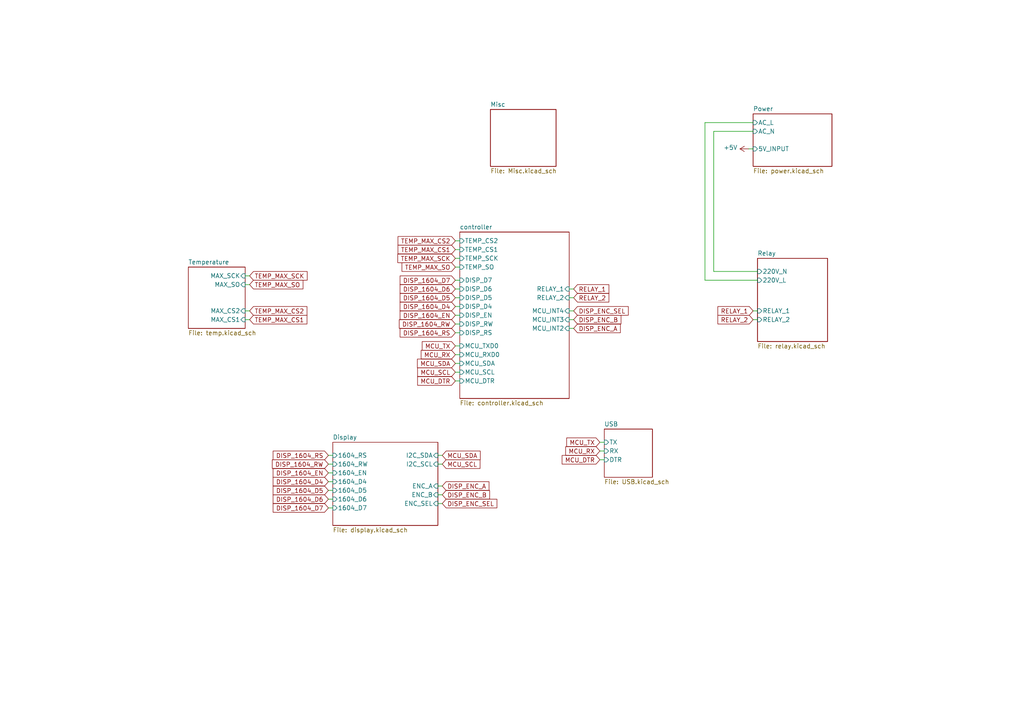
<source format=kicad_sch>
(kicad_sch (version 20220622) (generator eeschema)
  (paper "A4")
  (title_block (title "Burner") (date "2020-01-15") (rev "1.0") (company "SENSA") (comment 1 "Developed at SENSA by Silard Gal"))
  (lib_symbols
    (symbol "power:+5V" (power) (pin_names (offset 0))
      (property "Value" "+5V" (at 0 3.556 0))
      (symbol "+5V_0_1"
        (polyline (pts (xy -0.762 1.27) (xy 0 2.54)))
        (polyline (pts (xy 0 0) (xy 0 2.54)))
        (polyline (pts (xy 0 2.54) (xy 0.762 1.27)))
      )
      (symbol "+5V_1_1"
        (pin power_in line (at 0 0 90) (length 0) hide (name "+5V") (number "1"))
      )
    )
  )
  (wire (pts (xy 218.44 90.17) (xy 219.71 90.17)))
  (wire (pts (xy 127 146.05) (xy 128.27 146.05)))
  (wire (pts (xy 95.25 144.78) (xy 96.52 144.78)))
  (wire (pts (xy 132.08 107.95) (xy 133.35 107.95)))
  (wire (pts (xy 204.47 81.28) (xy 219.71 81.28)))
  (wire (pts (xy 71.12 82.55) (xy 72.39 82.55)))
  (wire (pts (xy 127 132.08) (xy 128.27 132.08)))
  (wire (pts (xy 127 140.97) (xy 128.27 140.97)))
  (wire (pts (xy 95.25 137.16) (xy 96.52 137.16)))
  (wire (pts (xy 132.08 81.28) (xy 133.35 81.28)))
  (wire (pts (xy 165.1 90.17) (xy 166.37 90.17)))
  (wire (pts (xy 132.08 110.49) (xy 133.35 110.49)))
  (wire (pts (xy 132.08 86.36) (xy 133.35 86.36)))
  (wire (pts (xy 173.99 133.35) (xy 175.26 133.35)))
  (wire (pts (xy 95.25 147.32) (xy 96.52 147.32)))
  (wire (pts (xy 132.08 69.85) (xy 133.35 69.85)))
  (wire (pts (xy 132.08 96.52) (xy 133.35 96.52)))
  (wire (pts (xy 165.1 95.25) (xy 166.37 95.25)))
  (wire (pts (xy 207.01 78.74) (xy 207.01 38.1)))
  (wire (pts (xy 204.47 35.56) (xy 204.47 81.28)))
  (wire (pts (xy 71.12 80.01) (xy 72.39 80.01)))
  (wire (pts (xy 127 143.51) (xy 128.27 143.51)))
  (wire (pts (xy 165.1 86.36) (xy 166.37 86.36)))
  (wire (pts (xy 207.01 38.1) (xy 218.44 38.1)))
  (wire (pts (xy 132.08 100.33) (xy 133.35 100.33)))
  (wire (pts (xy 165.1 83.82) (xy 166.37 83.82)))
  (wire (pts (xy 218.44 35.56) (xy 204.47 35.56)))
  (wire (pts (xy 95.25 139.7) (xy 96.52 139.7)))
  (wire (pts (xy 127 134.62) (xy 128.27 134.62)))
  (wire (pts (xy 219.71 78.74) (xy 207.01 78.74)))
  (wire (pts (xy 132.08 105.41) (xy 133.35 105.41)))
  (wire (pts (xy 132.08 83.82) (xy 133.35 83.82)))
  (wire (pts (xy 71.12 90.17) (xy 72.39 90.17)))
  (wire (pts (xy 218.44 92.71) (xy 219.71 92.71)))
  (wire (pts (xy 132.08 72.39) (xy 133.35 72.39)))
  (wire (pts (xy 132.08 93.98) (xy 133.35 93.98)))
  (wire (pts (xy 173.99 128.27) (xy 175.26 128.27)))
  (wire (pts (xy 217.17 43.18) (xy 218.44 43.18)))
  (wire (pts (xy 132.08 88.9) (xy 133.35 88.9)))
  (wire (pts (xy 165.1 92.71) (xy 166.37 92.71)))
  (wire (pts (xy 95.25 142.24) (xy 96.52 142.24)))
  (wire (pts (xy 71.12 92.71) (xy 72.39 92.71)))
  (wire (pts (xy 95.25 132.08) (xy 96.52 132.08)))
  (wire (pts (xy 132.08 74.93) (xy 133.35 74.93)))
  (wire (pts (xy 132.08 102.87) (xy 133.35 102.87)))
  (wire (pts (xy 132.08 91.44) (xy 133.35 91.44)))
  (wire (pts (xy 132.08 77.47) (xy 133.35 77.47)))
  (wire (pts (xy 173.99 130.81) (xy 175.26 130.81)))
  (wire (pts (xy 95.25 134.62) (xy 96.52 134.62)))
  (global_label "MCU_SDA" (shape input) (at 132.08 105.41 180) (property "Intersheetrefs" "${INTERSHEET_REFS}" (effects hide)))
  (global_label "TEMP_MAX_SCK" (shape input) (at 132.08 74.93 180) (property "Intersheetrefs" "${INTERSHEET_REFS}" (effects hide)))
  (global_label "DISP_ENC_A" (shape input) (at 128.27 140.97 0) (property "Intersheetrefs" "${INTERSHEET_REFS}" (effects hide)))
  (global_label "DISP_1604_D6" (shape input) (at 95.25 144.78 180) (property "Intersheetrefs" "${INTERSHEET_REFS}" (effects hide)))
  (global_label "DISP_1604_D5" (shape input) (at 132.08 86.36 180) (property "Intersheetrefs" "${INTERSHEET_REFS}" (effects hide)))
  (global_label "TEMP_MAX_SO" (shape input) (at 132.08 77.47 180) (property "Intersheetrefs" "${INTERSHEET_REFS}" (effects hide)))
  (global_label "MCU_TX" (shape input) (at 173.99 128.27 180) (property "Intersheetrefs" "${INTERSHEET_REFS}" (effects hide)))
  (global_label "DISP_1604_D6" (shape input) (at 132.08 83.82 180) (property "Intersheetrefs" "${INTERSHEET_REFS}" (effects hide)))
  (global_label "RELAY_1" (shape input) (at 166.37 83.82 0) (property "Intersheetrefs" "${INTERSHEET_REFS}" (effects hide)))
  (global_label "DISP_ENC_B" (shape input) (at 128.27 143.51 0) (property "Intersheetrefs" "${INTERSHEET_REFS}" (effects hide)))
  (global_label "DISP_1604_D7" (shape input) (at 132.08 81.28 180) (property "Intersheetrefs" "${INTERSHEET_REFS}" (effects hide)))
  (global_label "MCU_SCL" (shape input) (at 128.27 134.62 0) (property "Intersheetrefs" "${INTERSHEET_REFS}" (effects hide)))
  (global_label "DISP_1604_D7" (shape input) (at 95.25 147.32 180) (property "Intersheetrefs" "${INTERSHEET_REFS}" (effects hide)))
  (global_label "RELAY_2" (shape input) (at 166.37 86.36 0) (property "Intersheetrefs" "${INTERSHEET_REFS}" (effects hide)))
  (global_label "DISP_1604_EN" (shape input) (at 95.25 137.16 180) (property "Intersheetrefs" "${INTERSHEET_REFS}" (effects hide)))
  (global_label "MCU_RX" (shape input) (at 173.99 130.81 180) (property "Intersheetrefs" "${INTERSHEET_REFS}" (effects hide)))
  (global_label "DISP_1604_RW" (shape input) (at 132.08 93.98 180) (property "Intersheetrefs" "${INTERSHEET_REFS}" (effects hide)))
  (global_label "DISP_ENC_SEL" (shape input) (at 128.27 146.05 0) (property "Intersheetrefs" "${INTERSHEET_REFS}" (effects hide)))
  (global_label "DISP_1604_D4" (shape input) (at 95.25 139.7 180) (property "Intersheetrefs" "${INTERSHEET_REFS}" (effects hide)))
  (global_label "MCU_TX" (shape input) (at 132.08 100.33 180) (property "Intersheetrefs" "${INTERSHEET_REFS}" (effects hide)))
  (global_label "TEMP_MAX_SO" (shape input) (at 72.39 82.55 0) (property "Intersheetrefs" "${INTERSHEET_REFS}" (effects hide)))
  (global_label "MCU_DTR" (shape input) (at 173.99 133.35 180) (property "Intersheetrefs" "${INTERSHEET_REFS}" (effects hide)))
  (global_label "DISP_1604_D5" (shape input) (at 95.25 142.24 180) (property "Intersheetrefs" "${INTERSHEET_REFS}" (effects hide)))
  (global_label "DISP_1604_RS" (shape input) (at 132.08 96.52 180) (property "Intersheetrefs" "${INTERSHEET_REFS}" (effects hide)))
  (global_label "DISP_1604_EN" (shape input) (at 132.08 91.44 180) (property "Intersheetrefs" "${INTERSHEET_REFS}" (effects hide)))
  (global_label "DISP_ENC_SEL" (shape input) (at 166.37 90.17 0) (property "Intersheetrefs" "${INTERSHEET_REFS}" (effects hide)))
  (global_label "MCU_DTR" (shape input) (at 132.08 110.49 180) (property "Intersheetrefs" "${INTERSHEET_REFS}" (effects hide)))
  (global_label "DISP_1604_RW" (shape input) (at 95.25 134.62 180) (property "Intersheetrefs" "${INTERSHEET_REFS}" (effects hide)))
  (global_label "TEMP_MAX_CS2" (shape input) (at 72.39 90.17 0) (property "Intersheetrefs" "${INTERSHEET_REFS}" (effects hide)))
  (global_label "DISP_ENC_B" (shape input) (at 166.37 92.71 0) (property "Intersheetrefs" "${INTERSHEET_REFS}" (effects hide)))
  (global_label "TEMP_MAX_SCK" (shape input) (at 72.39 80.01 0) (property "Intersheetrefs" "${INTERSHEET_REFS}" (effects hide)))
  (global_label "DISP_1604_RS" (shape input) (at 95.25 132.08 180) (property "Intersheetrefs" "${INTERSHEET_REFS}" (effects hide)))
  (global_label "MCU_SDA" (shape input) (at 128.27 132.08 0) (property "Intersheetrefs" "${INTERSHEET_REFS}" (effects hide)))
  (global_label "TEMP_MAX_CS1" (shape input) (at 72.39 92.71 0) (property "Intersheetrefs" "${INTERSHEET_REFS}" (effects hide)))
  (global_label "TEMP_MAX_CS2" (shape input) (at 132.08 69.85 180) (property "Intersheetrefs" "${INTERSHEET_REFS}" (effects hide)))
  (global_label "RELAY_1" (shape input) (at 218.44 90.17 180) (property "Intersheetrefs" "${INTERSHEET_REFS}" (effects hide)))
  (global_label "RELAY_2" (shape input) (at 218.44 92.71 180) (property "Intersheetrefs" "${INTERSHEET_REFS}" (effects hide)))
  (global_label "TEMP_MAX_CS1" (shape input) (at 132.08 72.39 180) (property "Intersheetrefs" "${INTERSHEET_REFS}" (effects hide)))
  (global_label "MCU_SCL" (shape input) (at 132.08 107.95 180) (property "Intersheetrefs" "${INTERSHEET_REFS}" (effects hide)))
  (global_label "DISP_1604_D4" (shape input) (at 132.08 88.9 180) (property "Intersheetrefs" "${INTERSHEET_REFS}" (effects hide)))
  (global_label "MCU_RX" (shape input) (at 132.08 102.87 180) (property "Intersheetrefs" "${INTERSHEET_REFS}" (effects hide)))
  (global_label "DISP_ENC_A" (shape input) (at 166.37 95.25 0) (property "Intersheetrefs" "${INTERSHEET_REFS}" (effects hide)))
  (symbol (lib_id "power:+5V") (at 217.17 43.18 90) (unit 1)
    (default_instance (reference "U") (unit 1) (value "") (footprint ""))
    (property "Reference" "#PWR0101" (effects hide))
    (property "Value" "+5V" (at 213.9188 42.799 90) (effects (justify left)))
  )
  (sheet (at 133.35 67.31) (size 31.75 48.26)
    (property "Sheetname" "controller" (at 133.35 66.5984 0) (effects (justify left bottom)))
    (property "Sheetfile" "controller.kicad_sch" (at 133.35 116.1546 0) (effects (justify left top)))
    (pin "MCU_SCL" input (at 133.35 107.95 180))
    (pin "MCU_SDA" input (at 133.35 105.41 180))
    (pin "MCU_RXD0" input (at 133.35 102.87 180))
    (pin "MCU_TXD0" input (at 133.35 100.33 180))
    (pin "MCU_INT2" input (at 165.1 95.25 0))
    (pin "MCU_INT3" input (at 165.1 92.71 0))
    (pin "MCU_INT4" input (at 165.1 90.17 0))
    (pin "DISP_RS" input (at 133.35 96.52 180))
    (pin "DISP_RW" input (at 133.35 93.98 180))
    (pin "DISP_EN" input (at 133.35 91.44 180))
    (pin "DISP_D4" input (at 133.35 88.9 180))
    (pin "DISP_D5" input (at 133.35 86.36 180))
    (pin "DISP_D6" input (at 133.35 83.82 180))
    (pin "DISP_D7" input (at 133.35 81.28 180))
    (pin "TEMP_SO" input (at 133.35 77.47 180))
    (pin "TEMP_SCK" input (at 133.35 74.93 180))
    (pin "TEMP_CS1" input (at 133.35 72.39 180))
    (pin "TEMP_CS2" input (at 133.35 69.85 180))
    (pin "RELAY_1" input (at 165.1 83.82 0))
    (pin "RELAY_2" input (at 165.1 86.36 0))
    (pin "MCU_DTR" input (at 133.35 110.49 180))
  )
  (sheet (at 218.44 33.02) (size 22.86 15.24)
    (property "Sheetname" "Power" (at 218.44 32.3084 0) (effects (justify left bottom)))
    (property "Sheetfile" "power.kicad_sch" (at 218.44 48.8446 0) (effects (justify left top)))
    (pin "AC_L" input (at 218.44 35.56 180))
    (pin "AC_N" input (at 218.44 38.1 180))
    (pin "5V_INPUT" input (at 218.44 43.18 180))
  )
  (sheet (at 219.71 74.93) (size 20.32 24.13)
    (property "Sheetname" "Relay" (at 219.71 74.2184 0) (effects (justify left bottom)))
    (property "Sheetfile" "relay.kicad_sch" (at 219.71 99.6446 0) (effects (justify left top)))
    (pin "RELAY_1" input (at 219.71 90.17 180))
    (pin "RELAY_2" input (at 219.71 92.71 180))
    (pin "220V_L" input (at 219.71 81.28 180))
    (pin "220V_N" input (at 219.71 78.74 180))
  )
  (sheet (at 96.52 128.27) (size 30.48 24.13)
    (property "Sheetname" "Display" (at 96.52 127.5584 0) (effects (justify left bottom)))
    (property "Sheetfile" "display.kicad_sch" (at 96.52 152.9846 0) (effects (justify left top)))
    (pin "1604_RS" input (at 96.52 132.08 180))
    (pin "1604_RW" input (at 96.52 134.62 180))
    (pin "1604_EN" input (at 96.52 137.16 180))
    (pin "1604_D4" input (at 96.52 139.7 180))
    (pin "1604_D5" input (at 96.52 142.24 180))
    (pin "1604_D6" input (at 96.52 144.78 180))
    (pin "1604_D7" input (at 96.52 147.32 180))
    (pin "I2C_SDA" input (at 127 132.08 0))
    (pin "I2C_SCL" input (at 127 134.62 0))
    (pin "ENC_A" input (at 127 140.97 0))
    (pin "ENC_B" input (at 127 143.51 0))
    (pin "ENC_SEL" input (at 127 146.05 0))
  )
  (sheet (at 54.61 77.47) (size 16.51 17.78)
    (property "Sheetname" "Temperature" (at 54.61 76.7584 0) (effects (justify left bottom)))
    (property "Sheetfile" "temp.kicad_sch" (at 54.61 95.8346 0) (effects (justify left top)))
    (pin "MAX_SCK" input (at 71.12 80.01 0))
    (pin "MAX_CS1" input (at 71.12 92.71 0))
    (pin "MAX_SO" input (at 71.12 82.55 0))
    (pin "MAX_CS2" input (at 71.12 90.17 0))
  )
  (sheet (at 175.26 124.46) (size 13.97 13.97)
    (property "Sheetname" "USB" (at 175.26 123.7484 0) (effects (justify left bottom)))
    (property "Sheetfile" "USB.kicad_sch" (at 175.26 139.0146 0) (effects (justify left top)))
    (pin "TX" input (at 175.26 128.27 180))
    (pin "RX" input (at 175.26 130.81 180))
    (pin "DTR" input (at 175.26 133.35 180))
  )
  (sheet (at 142.24 31.75) (size 19.05 16.51)
    (property "Sheetname" "Misc" (at 142.24 31.0384 0) (effects (justify left bottom)))
    (property "Sheetfile" "Misc.kicad_sch" (at 142.24 48.8446 0) (effects (justify left top)))
  )
)
</source>
